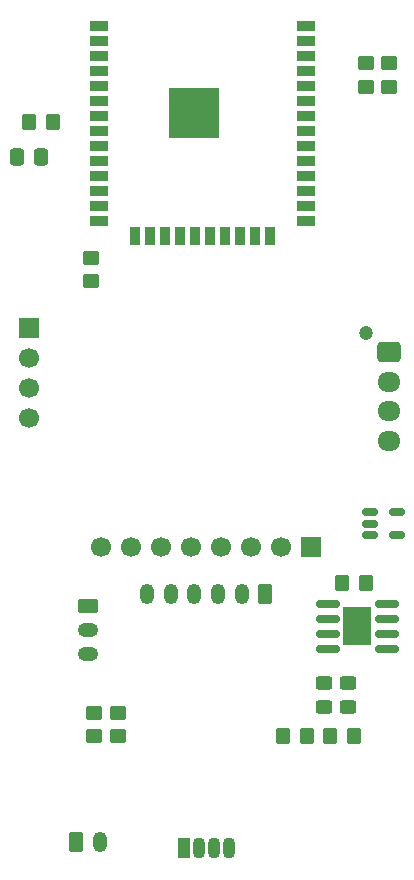
<source format=gbr>
%TF.GenerationSoftware,KiCad,Pcbnew,9.0.2*%
%TF.CreationDate,2025-12-20T20:47:09+01:00*%
%TF.ProjectId,Home sensor ESP32,486f6d65-2073-4656-9e73-6f7220455350,rev?*%
%TF.SameCoordinates,Original*%
%TF.FileFunction,Soldermask,Top*%
%TF.FilePolarity,Negative*%
%FSLAX46Y46*%
G04 Gerber Fmt 4.6, Leading zero omitted, Abs format (unit mm)*
G04 Created by KiCad (PCBNEW 9.0.2) date 2025-12-20 20:47:09*
%MOMM*%
%LPD*%
G01*
G04 APERTURE LIST*
G04 Aperture macros list*
%AMRoundRect*
0 Rectangle with rounded corners*
0 $1 Rounding radius*
0 $2 $3 $4 $5 $6 $7 $8 $9 X,Y pos of 4 corners*
0 Add a 4 corners polygon primitive as box body*
4,1,4,$2,$3,$4,$5,$6,$7,$8,$9,$2,$3,0*
0 Add four circle primitives for the rounded corners*
1,1,$1+$1,$2,$3*
1,1,$1+$1,$4,$5*
1,1,$1+$1,$6,$7*
1,1,$1+$1,$8,$9*
0 Add four rect primitives between the rounded corners*
20,1,$1+$1,$2,$3,$4,$5,0*
20,1,$1+$1,$4,$5,$6,$7,0*
20,1,$1+$1,$6,$7,$8,$9,0*
20,1,$1+$1,$8,$9,$2,$3,0*%
G04 Aperture macros list end*
%ADD10RoundRect,0.150000X-0.825000X-0.150000X0.825000X-0.150000X0.825000X0.150000X-0.825000X0.150000X0*%
%ADD11R,2.410000X3.300000*%
%ADD12RoundRect,0.150000X-0.512500X-0.150000X0.512500X-0.150000X0.512500X0.150000X-0.512500X0.150000X0*%
%ADD13RoundRect,0.250000X-0.450000X0.350000X-0.450000X-0.350000X0.450000X-0.350000X0.450000X0.350000X0*%
%ADD14RoundRect,0.250000X-0.350000X-0.450000X0.350000X-0.450000X0.350000X0.450000X-0.350000X0.450000X0*%
%ADD15R,1.700000X1.700000*%
%ADD16C,1.700000*%
%ADD17RoundRect,0.250000X-0.625000X0.350000X-0.625000X-0.350000X0.625000X-0.350000X0.625000X0.350000X0*%
%ADD18O,1.750000X1.200000*%
%ADD19RoundRect,0.250000X-0.450000X0.325000X-0.450000X-0.325000X0.450000X-0.325000X0.450000X0.325000X0*%
%ADD20R,1.500000X0.900000*%
%ADD21R,0.900000X1.500000*%
%ADD22C,0.600000*%
%ADD23R,4.200000X4.200000*%
%ADD24R,1.070000X1.800000*%
%ADD25O,1.070000X1.800000*%
%ADD26C,1.200000*%
%ADD27RoundRect,0.250000X-0.725000X0.600000X-0.725000X-0.600000X0.725000X-0.600000X0.725000X0.600000X0*%
%ADD28O,1.950000X1.700000*%
%ADD29RoundRect,0.250000X0.450000X-0.350000X0.450000X0.350000X-0.450000X0.350000X-0.450000X-0.350000X0*%
%ADD30RoundRect,0.250000X0.337500X0.475000X-0.337500X0.475000X-0.337500X-0.475000X0.337500X-0.475000X0*%
%ADD31RoundRect,0.250000X-0.350000X-0.625000X0.350000X-0.625000X0.350000X0.625000X-0.350000X0.625000X0*%
%ADD32O,1.200000X1.750000*%
%ADD33RoundRect,0.250000X0.350000X0.625000X-0.350000X0.625000X-0.350000X-0.625000X0.350000X-0.625000X0*%
G04 APERTURE END LIST*
D10*
%TO.C,U3*%
X98325000Y-92795000D03*
X98325000Y-94065000D03*
X98325000Y-95335000D03*
X98325000Y-96605000D03*
X103275000Y-96605000D03*
X103275000Y-95335000D03*
X103275000Y-94065000D03*
X103275000Y-92795000D03*
D11*
X100800000Y-94700000D03*
%TD*%
D12*
%TO.C,U2*%
X101862500Y-85050000D03*
X101862500Y-86000000D03*
X101862500Y-86950000D03*
X104137500Y-86950000D03*
X104137500Y-85050000D03*
%TD*%
D13*
%TO.C,R9*%
X78250000Y-63500000D03*
X78250000Y-65500000D03*
%TD*%
D14*
%TO.C,R2*%
X98500000Y-104000000D03*
X100500000Y-104000000D03*
%TD*%
D13*
%TO.C,R7*%
X101500000Y-47000000D03*
X101500000Y-49000000D03*
%TD*%
D15*
%TO.C,J3*%
X73000000Y-69420000D03*
D16*
X73000000Y-71960000D03*
X73000000Y-74500000D03*
X73000000Y-77040000D03*
%TD*%
D15*
%TO.C,J5*%
X96890000Y-88000000D03*
D16*
X94350000Y-88000000D03*
X91810000Y-88000000D03*
X89270000Y-88000000D03*
X86730000Y-88000000D03*
X84190000Y-88000000D03*
X81650000Y-88000000D03*
X79110000Y-88000000D03*
%TD*%
D13*
%TO.C,R5*%
X78500000Y-102000000D03*
X78500000Y-104000000D03*
%TD*%
D17*
%TO.C,SW1*%
X77950000Y-93000000D03*
D18*
X77950000Y-95000000D03*
X77950000Y-97000000D03*
%TD*%
D19*
%TO.C,D2*%
X98000000Y-99475000D03*
X98000000Y-101525000D03*
%TD*%
D20*
%TO.C,U1*%
X78930000Y-43865000D03*
X78930000Y-45135000D03*
X78930000Y-46405000D03*
X78930000Y-47675000D03*
X78930000Y-48945000D03*
X78930000Y-50215000D03*
X78930000Y-51485000D03*
X78930000Y-52755000D03*
X78930000Y-54025000D03*
X78930000Y-55295000D03*
X78930000Y-56565000D03*
X78930000Y-57835000D03*
X78930000Y-59105000D03*
X78930000Y-60375000D03*
D21*
X81970000Y-61625000D03*
X83240000Y-61625000D03*
X84510000Y-61625000D03*
X85780000Y-61625000D03*
X87050000Y-61625000D03*
X88320000Y-61625000D03*
X89590000Y-61625000D03*
X90860000Y-61625000D03*
X92130000Y-61625000D03*
X93400000Y-61625000D03*
D20*
X96430000Y-60375000D03*
X96430000Y-59105000D03*
X96430000Y-57835000D03*
X96430000Y-56565000D03*
X96430000Y-55295000D03*
X96430000Y-54025000D03*
X96430000Y-52755000D03*
X96430000Y-51485000D03*
X96430000Y-50215000D03*
X96430000Y-48945000D03*
X96430000Y-47675000D03*
X96430000Y-46405000D03*
X96430000Y-45135000D03*
X96430000Y-43865000D03*
D22*
X85475000Y-50442500D03*
X85475000Y-51967500D03*
X86237500Y-49680000D03*
X86237500Y-51205000D03*
X86237500Y-52730000D03*
X87000000Y-50442500D03*
D23*
X87000000Y-51205000D03*
D22*
X87000000Y-51967500D03*
X87762500Y-49680000D03*
X87762500Y-51205000D03*
X87762500Y-52730000D03*
X88525000Y-50442500D03*
X88525000Y-51967500D03*
%TD*%
D19*
%TO.C,D1*%
X100000000Y-99475000D03*
X100000000Y-101525000D03*
%TD*%
D13*
%TO.C,R4*%
X80500000Y-102000000D03*
X80500000Y-104000000D03*
%TD*%
D24*
%TO.C,D3*%
X86095000Y-113500000D03*
D25*
X87365000Y-113500000D03*
X88635000Y-113500000D03*
X89905000Y-113500000D03*
%TD*%
D26*
%TO.C,J6*%
X101500000Y-69900000D03*
D27*
X103500000Y-71500000D03*
D28*
X103500000Y-74000000D03*
X103500000Y-76500000D03*
X103500000Y-79000000D03*
%TD*%
D14*
%TO.C,R3*%
X94500000Y-104000000D03*
X96500000Y-104000000D03*
%TD*%
%TO.C,R1*%
X99500000Y-91000000D03*
X101500000Y-91000000D03*
%TD*%
%TO.C,R8*%
X73000000Y-52000000D03*
X75000000Y-52000000D03*
%TD*%
D29*
%TO.C,R6*%
X103500000Y-49000000D03*
X103500000Y-47000000D03*
%TD*%
D30*
%TO.C,C1*%
X74037500Y-55000000D03*
X71962500Y-55000000D03*
%TD*%
D31*
%TO.C,J2*%
X77000000Y-112950000D03*
D32*
X79000000Y-112950000D03*
%TD*%
D33*
%TO.C,J4*%
X93000000Y-92000000D03*
D32*
X91000000Y-92000000D03*
X89000000Y-92000000D03*
X87000000Y-92000000D03*
X85000000Y-92000000D03*
X83000000Y-92000000D03*
%TD*%
M02*

</source>
